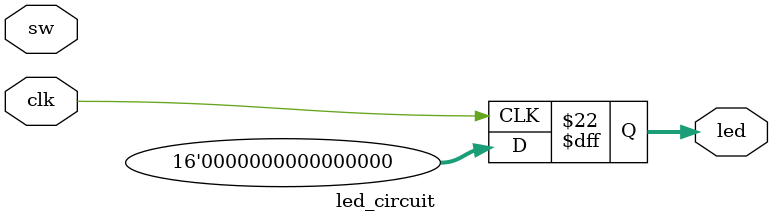
<source format=sv>
`timescale 1ns/1ps

(* dont_touch = "yes" *)

module led_circuit
(
	input               clk, // global clock
	input [6:0]         sw,  // Basys 3 switches
	
	output logic [15:0] led  // Basys 3 LEDs
);

	logic        up;   // posedge of RO     
	logic [19:0] cnt;  // clock divider counter
	logic [19:0] cnt2; // RO posedge counter

	// instantiate the CRO (now as a hard macro pblock)
	puf_cro cro(
		.challenge(sw[5:0]), // challenge[5:0] = {sel[0:2],bx[0:2}
		.en(sw[6]),          // sw[6] is the enable 
		.o(up)               // the latch output of the third stage is our counter trigger
	);

	always_ff@(posedge clk)
		if((sw[6] == 1'b1))
			cnt <= cnt + 1;
		else
			cnt <= 0;

	always_ff@(posedge up) // if up, cnt2 <= cnt2 + 1
		if(sw[6] == 1'b0)
			cnt2 <= 0;
		else if(cnt == 24'hFFFFFF)
			cnt2 <= 0;
		else 
			cnt2 <= cnt2 + 1;

	always_ff@(posedge clk)
		if(cnt == 24'hFFFFFF) // If count = max 
			led <= cnt2[31:16];
		else 
			led <= 0;
endmodule

</source>
